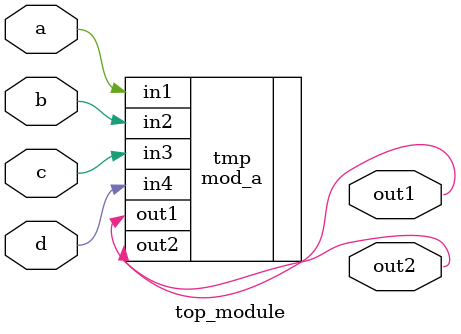
<source format=v>
module top_module ( 
    input a, 
    input b, 
    input c,
    input d,
    output out1,
    output out2
);

    mod_a tmp(.out1(out1),.out2(out2),
              .in1(a),
              .in2(b),
              .in3(c),
              .in4(d)
             );
endmodule
</source>
